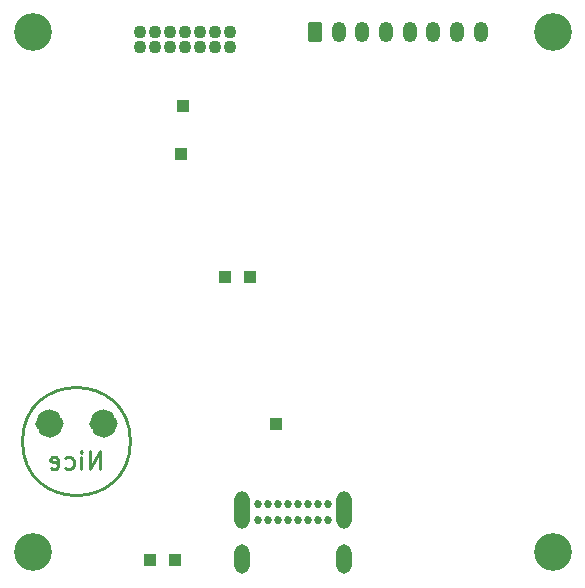
<source format=gbs>
G04 #@! TF.GenerationSoftware,KiCad,Pcbnew,(6.0.0)*
G04 #@! TF.CreationDate,2022-05-24T20:35:50-07:00*
G04 #@! TF.ProjectId,TrackpadLights,54726163-6b70-4616-944c-69676874732e,rev?*
G04 #@! TF.SameCoordinates,Original*
G04 #@! TF.FileFunction,Soldermask,Bot*
G04 #@! TF.FilePolarity,Negative*
%FSLAX46Y46*%
G04 Gerber Fmt 4.6, Leading zero omitted, Abs format (unit mm)*
G04 Created by KiCad (PCBNEW (6.0.0)) date 2022-05-24 20:35:50*
%MOMM*%
%LPD*%
G01*
G04 APERTURE LIST*
G04 Aperture macros list*
%AMRoundRect*
0 Rectangle with rounded corners*
0 $1 Rounding radius*
0 $2 $3 $4 $5 $6 $7 $8 $9 X,Y pos of 4 corners*
0 Add a 4 corners polygon primitive as box body*
4,1,4,$2,$3,$4,$5,$6,$7,$8,$9,$2,$3,0*
0 Add four circle primitives for the rounded corners*
1,1,$1+$1,$2,$3*
1,1,$1+$1,$4,$5*
1,1,$1+$1,$6,$7*
1,1,$1+$1,$8,$9*
0 Add four rect primitives between the rounded corners*
20,1,$1+$1,$2,$3,$4,$5,0*
20,1,$1+$1,$4,$5,$6,$7,0*
20,1,$1+$1,$6,$7,$8,$9,0*
20,1,$1+$1,$8,$9,$2,$3,0*%
G04 Aperture macros list end*
%ADD10C,0.254000*%
%ADD11C,1.225034*%
%ADD12C,3.200000*%
%ADD13R,1.000000X1.000000*%
%ADD14C,0.685800*%
%ADD15O,1.300000X2.500000*%
%ADD16O,1.300000X3.200000*%
%ADD17RoundRect,0.250000X-0.350000X-0.625000X0.350000X-0.625000X0.350000X0.625000X-0.350000X0.625000X0*%
%ADD18O,1.200000X1.750000*%
%ADD19C,1.100000*%
G04 APERTURE END LIST*
D10*
X96266000Y-112649000D02*
G75*
G03*
X96266000Y-112649000I-4572000J0D01*
G01*
D11*
X90020517Y-111125000D02*
G75*
G03*
X90020517Y-111125000I-612517J0D01*
G01*
X94592517Y-111125000D02*
G75*
G03*
X94592517Y-111125000I-612517J0D01*
G01*
D10*
X93706042Y-114989428D02*
X93706042Y-113465428D01*
X92835185Y-114989428D01*
X92835185Y-113465428D01*
X92109471Y-114989428D02*
X92109471Y-113973428D01*
X92109471Y-113465428D02*
X92182042Y-113538000D01*
X92109471Y-113610571D01*
X92036900Y-113538000D01*
X92109471Y-113465428D01*
X92109471Y-113610571D01*
X90730614Y-114916857D02*
X90875757Y-114989428D01*
X91166042Y-114989428D01*
X91311185Y-114916857D01*
X91383757Y-114844285D01*
X91456328Y-114699142D01*
X91456328Y-114263714D01*
X91383757Y-114118571D01*
X91311185Y-114046000D01*
X91166042Y-113973428D01*
X90875757Y-113973428D01*
X90730614Y-114046000D01*
X89496900Y-114916857D02*
X89642042Y-114989428D01*
X89932328Y-114989428D01*
X90077471Y-114916857D01*
X90150042Y-114771714D01*
X90150042Y-114191142D01*
X90077471Y-114046000D01*
X89932328Y-113973428D01*
X89642042Y-113973428D01*
X89496900Y-114046000D01*
X89424328Y-114191142D01*
X89424328Y-114336285D01*
X90150042Y-114481428D01*
D12*
X131999990Y-122000010D03*
D13*
X108585000Y-111125000D03*
X100711000Y-84201000D03*
X100584000Y-88265000D03*
D12*
X131999990Y-77999996D03*
D13*
X97917000Y-122682000D03*
D14*
X107030009Y-117960004D03*
X107880009Y-117960004D03*
X108730009Y-117960004D03*
X109580009Y-117960004D03*
X110430010Y-117960004D03*
X111280008Y-117960004D03*
X112130009Y-117960004D03*
X112980010Y-117960004D03*
X112980010Y-119310004D03*
X112130009Y-119310004D03*
X111280008Y-119310004D03*
X110430010Y-119310004D03*
X109580009Y-119310004D03*
X108730009Y-119310004D03*
X107880009Y-119310004D03*
X107030009Y-119310004D03*
D15*
X105685008Y-122610005D03*
D16*
X105685008Y-118460003D03*
X114325008Y-118460003D03*
D15*
X114325008Y-122610005D03*
D12*
X88000002Y-77999996D03*
D13*
X106426000Y-98679000D03*
X100076000Y-122682000D03*
D17*
X111909000Y-77968000D03*
D18*
X113909000Y-77968000D03*
X115909000Y-77968000D03*
X117909000Y-77968000D03*
X119909000Y-77968000D03*
X121909000Y-77968000D03*
X123909000Y-77968000D03*
X125909000Y-77968000D03*
D12*
X88000002Y-122000010D03*
D19*
X104685000Y-77979000D03*
X104685000Y-79249000D03*
X103415000Y-77979000D03*
X103415000Y-79249000D03*
X102145000Y-77979000D03*
X102145000Y-79249000D03*
X100875000Y-77979000D03*
X100875000Y-79249000D03*
X99605000Y-77979000D03*
X99605000Y-79249000D03*
X98335000Y-77979000D03*
X98335000Y-79249000D03*
X97065000Y-77979000D03*
X97065000Y-79249000D03*
D13*
X104267000Y-98679000D03*
M02*

</source>
